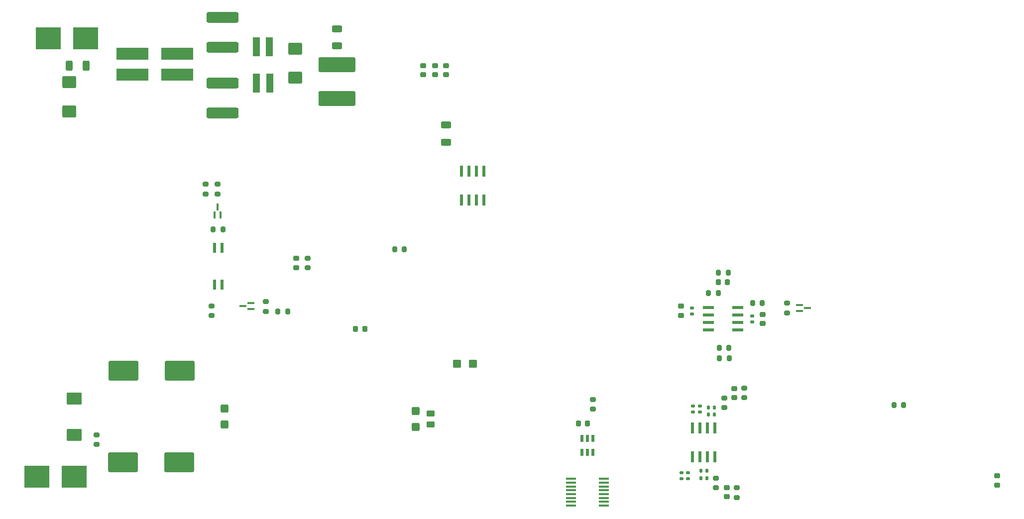
<source format=gbr>
%TF.GenerationSoftware,KiCad,Pcbnew,9.0.3*%
%TF.CreationDate,2025-09-16T12:03:33-04:00*%
%TF.ProjectId,6_COLD_TPC_HV,365f434f-4c44-45f5-9450-435f48562e6b,rev?*%
%TF.SameCoordinates,Original*%
%TF.FileFunction,Paste,Top*%
%TF.FilePolarity,Positive*%
%FSLAX46Y46*%
G04 Gerber Fmt 4.6, Leading zero omitted, Abs format (unit mm)*
G04 Created by KiCad (PCBNEW 9.0.3) date 2025-09-16 12:03:33*
%MOMM*%
%LPD*%
G01*
G04 APERTURE LIST*
G04 Aperture macros list*
%AMRoundRect*
0 Rectangle with rounded corners*
0 $1 Rounding radius*
0 $2 $3 $4 $5 $6 $7 $8 $9 X,Y pos of 4 corners*
0 Add a 4 corners polygon primitive as box body*
4,1,4,$2,$3,$4,$5,$6,$7,$8,$9,$2,$3,0*
0 Add four circle primitives for the rounded corners*
1,1,$1+$1,$2,$3*
1,1,$1+$1,$4,$5*
1,1,$1+$1,$6,$7*
1,1,$1+$1,$8,$9*
0 Add four rect primitives between the rounded corners*
20,1,$1+$1,$2,$3,$4,$5,0*
20,1,$1+$1,$4,$5,$6,$7,0*
20,1,$1+$1,$6,$7,$8,$9,0*
20,1,$1+$1,$8,$9,$2,$3,0*%
%AMFreePoly0*
4,1,5,1.625000,-0.625000,-1.625000,-0.625000,-1.625000,0.625000,1.625000,0.625000,1.625000,-0.625000,1.625000,-0.625000,$1*%
G04 Aperture macros list end*
%ADD10RoundRect,0.200000X-0.275000X0.200000X-0.275000X-0.200000X0.275000X-0.200000X0.275000X0.200000X0*%
%ADD11RoundRect,0.135000X0.185000X-0.135000X0.185000X0.135000X-0.185000X0.135000X-0.185000X-0.135000X0*%
%ADD12RoundRect,0.250000X0.425000X-0.450000X0.425000X0.450000X-0.425000X0.450000X-0.425000X-0.450000X0*%
%ADD13RoundRect,0.200000X0.275000X-0.200000X0.275000X0.200000X-0.275000X0.200000X-0.275000X-0.200000X0*%
%ADD14RoundRect,0.135000X-0.185000X0.135000X-0.185000X-0.135000X0.185000X-0.135000X0.185000X0.135000X0*%
%ADD15RoundRect,0.250000X1.025000X-0.787500X1.025000X0.787500X-1.025000X0.787500X-1.025000X-0.787500X0*%
%ADD16RoundRect,0.250000X0.450000X-0.262500X0.450000X0.262500X-0.450000X0.262500X-0.450000X-0.262500X0*%
%ADD17RoundRect,0.170000X2.330000X-1.530000X2.330000X1.530000X-2.330000X1.530000X-2.330000X-1.530000X0*%
%ADD18RoundRect,0.225000X-0.250000X0.225000X-0.250000X-0.225000X0.250000X-0.225000X0.250000X0.225000X0*%
%ADD19R,1.981200X0.558800*%
%ADD20FreePoly0,90.000000*%
%ADD21RoundRect,0.225000X0.250000X-0.225000X0.250000X0.225000X-0.250000X0.225000X-0.250000X-0.225000X0*%
%ADD22RoundRect,0.250000X-0.625000X0.312500X-0.625000X-0.312500X0.625000X-0.312500X0.625000X0.312500X0*%
%ADD23RoundRect,0.020000X-2.680000X0.980000X-2.680000X-0.980000X2.680000X-0.980000X2.680000X0.980000X0*%
%ADD24R,5.400000X2.000000*%
%ADD25R,0.558800X1.651000*%
%ADD26RoundRect,0.250000X0.925000X-0.787500X0.925000X0.787500X-0.925000X0.787500X-0.925000X-0.787500X0*%
%ADD27RoundRect,0.200000X-0.200000X-0.275000X0.200000X-0.275000X0.200000X0.275000X-0.200000X0.275000X0*%
%ADD28RoundRect,0.250000X-0.312500X-0.625000X0.312500X-0.625000X0.312500X0.625000X-0.312500X0.625000X0*%
%ADD29R,4.241800X3.810000*%
%ADD30RoundRect,0.250000X-0.925000X0.787500X-0.925000X-0.787500X0.925000X-0.787500X0.925000X0.787500X0*%
%ADD31RoundRect,0.250000X2.900000X-1.000000X2.900000X1.000000X-2.900000X1.000000X-2.900000X-1.000000X0*%
%ADD32RoundRect,0.250000X0.450000X0.425000X-0.450000X0.425000X-0.450000X-0.425000X0.450000X-0.425000X0*%
%ADD33RoundRect,0.225000X-0.225000X-0.250000X0.225000X-0.250000X0.225000X0.250000X-0.225000X0.250000X0*%
%ADD34R,1.161200X0.350800*%
%ADD35RoundRect,0.135000X0.135000X0.185000X-0.135000X0.185000X-0.135000X-0.185000X0.135000X-0.185000X0*%
%ADD36R,0.558800X1.981200*%
%ADD37RoundRect,0.250000X-2.450000X0.650000X-2.450000X-0.650000X2.450000X-0.650000X2.450000X0.650000X0*%
%ADD38R,0.350800X1.161200*%
%ADD39RoundRect,0.200000X0.200000X0.275000X-0.200000X0.275000X-0.200000X-0.275000X0.200000X-0.275000X0*%
%ADD40RoundRect,0.225000X0.225000X0.250000X-0.225000X0.250000X-0.225000X-0.250000X0.225000X-0.250000X0*%
%ADD41R,0.533400X1.219200*%
%ADD42RoundRect,0.135000X-0.135000X-0.185000X0.135000X-0.185000X0.135000X0.185000X-0.135000X0.185000X0*%
%ADD43RoundRect,0.250000X0.625000X-0.312500X0.625000X0.312500X-0.625000X0.312500X-0.625000X-0.312500X0*%
%ADD44R,1.676400X0.355600*%
G04 APERTURE END LIST*
D10*
%TO.C,R36*%
X219345000Y-146128800D03*
X219345000Y-147778800D03*
%TD*%
D11*
%TO.C,R25*%
X211055000Y-144583800D03*
X211055000Y-143563800D03*
%TD*%
D12*
%TO.C,C11*%
X132210000Y-135350000D03*
X132210000Y-132650000D03*
%TD*%
D13*
%TO.C,R21*%
X220575000Y-130818800D03*
X220575000Y-129168800D03*
%TD*%
D14*
%TO.C,R31*%
X221970000Y-116870000D03*
X221970000Y-117890000D03*
%TD*%
D15*
%TO.C,C10*%
X106610000Y-137153500D03*
X106610000Y-130928500D03*
%TD*%
D10*
%TO.C,R7*%
X129010000Y-94480000D03*
X129010000Y-96130000D03*
%TD*%
D13*
%TO.C,R35*%
X227840000Y-116385000D03*
X227840000Y-114735000D03*
%TD*%
D16*
%TO.C,R13*%
X167200000Y-135322500D03*
X167200000Y-133497500D03*
%TD*%
D17*
%TO.C,L4*%
X114900000Y-141801000D03*
X124500000Y-141801000D03*
%TD*%
D11*
%TO.C,R15*%
X211845000Y-133273800D03*
X211845000Y-132253800D03*
%TD*%
D18*
%TO.C,C37*%
X144390000Y-107115000D03*
X144390000Y-108665000D03*
%TD*%
D19*
%TO.C,U6*%
X214516200Y-115430000D03*
X214516200Y-116700000D03*
X214516200Y-117970000D03*
X214516200Y-119240000D03*
X219443800Y-119240000D03*
X219443800Y-117970000D03*
X219443800Y-116700000D03*
X219443800Y-115430000D03*
%TD*%
D20*
%TO.C,L2*%
X137586000Y-77239000D03*
X139861000Y-77239000D03*
%TD*%
D21*
%TO.C,C6*%
X169880000Y-75860000D03*
X169880000Y-74310000D03*
%TD*%
D18*
%TO.C,C27*%
X218895000Y-129273800D03*
X218895000Y-130823800D03*
%TD*%
D22*
%TO.C,R3*%
X169880000Y-84422500D03*
X169880000Y-87347500D03*
%TD*%
D13*
%TO.C,R6*%
X129950000Y-116840000D03*
X129950000Y-115190000D03*
%TD*%
D23*
%TO.C,L1*%
X124160000Y-75815000D03*
X124160000Y-72315000D03*
X116540000Y-72315000D03*
D24*
X116540000Y-75815000D03*
%TD*%
D25*
%TO.C,Q1*%
X130485000Y-111559200D03*
X131755000Y-111559200D03*
X131755000Y-105310800D03*
X130485000Y-105310800D03*
%TD*%
D21*
%TO.C,C34*%
X217605000Y-147678800D03*
X217605000Y-146128800D03*
%TD*%
D26*
%TO.C,C4*%
X144250000Y-76357500D03*
X144250000Y-71432500D03*
%TD*%
D27*
%TO.C,R4*%
X141285000Y-116115000D03*
X142935000Y-116115000D03*
%TD*%
D21*
%TO.C,C8*%
X165980000Y-75860000D03*
X165980000Y-74310000D03*
%TD*%
D27*
%TO.C,R22*%
X216185000Y-109500000D03*
X217835000Y-109500000D03*
%TD*%
D28*
%TO.C,R1*%
X105767500Y-74352500D03*
X108692500Y-74352500D03*
%TD*%
D14*
%TO.C,R26*%
X209885000Y-143563800D03*
X209885000Y-144583800D03*
%TD*%
D29*
%TO.C,F1*%
X102182300Y-69670000D03*
X108557700Y-69670000D03*
%TD*%
D30*
%TO.C,C1*%
X105750000Y-77150000D03*
X105750000Y-82075000D03*
%TD*%
D27*
%TO.C,R28*%
X216345000Y-122350000D03*
X217995000Y-122350000D03*
%TD*%
D21*
%TO.C,C30*%
X263570000Y-145655000D03*
X263570000Y-144105000D03*
%TD*%
D31*
%TO.C,C5*%
X151310000Y-79875000D03*
X151310000Y-74175000D03*
%TD*%
D32*
%TO.C,C13*%
X174430000Y-124990000D03*
X171730000Y-124990000D03*
%TD*%
D10*
%TO.C,R39*%
X146360000Y-107065000D03*
X146360000Y-108715000D03*
%TD*%
D27*
%TO.C,R33*%
X221985000Y-114740000D03*
X223635000Y-114740000D03*
%TD*%
D33*
%TO.C,C9*%
X192370000Y-135170000D03*
X193920000Y-135170000D03*
%TD*%
D34*
%TO.C,M3*%
X229955000Y-115060001D03*
X229955000Y-116059999D03*
X231305000Y-115560000D03*
%TD*%
D35*
%TO.C,R16*%
X215495000Y-133703800D03*
X214475000Y-133703800D03*
%TD*%
D36*
%TO.C,U5*%
X215605000Y-135936200D03*
X214335000Y-135936200D03*
X213065000Y-135936200D03*
X211795000Y-135936200D03*
X211795000Y-140863800D03*
X213065000Y-140863800D03*
X214335000Y-140863800D03*
X215605000Y-140863800D03*
%TD*%
D10*
%TO.C,R8*%
X131000000Y-94480000D03*
X131000000Y-96130000D03*
%TD*%
D21*
%TO.C,C24*%
X209860000Y-116800000D03*
X209860000Y-115250000D03*
%TD*%
D13*
%TO.C,R5*%
X139240000Y-116120000D03*
X139240000Y-114470000D03*
%TD*%
D12*
%TO.C,C22*%
X164680000Y-135775000D03*
X164680000Y-133075000D03*
%TD*%
D37*
%TO.C,C2*%
X131890000Y-77265000D03*
X131890000Y-82365000D03*
%TD*%
D38*
%TO.C,M2*%
X130500001Y-99750000D03*
X131499999Y-99750000D03*
X131000000Y-98400000D03*
%TD*%
D39*
%TO.C,R27*%
X218005000Y-124100000D03*
X216355000Y-124100000D03*
%TD*%
D21*
%TO.C,C7*%
X167970000Y-75860000D03*
X167970000Y-74310000D03*
%TD*%
D17*
%TO.C,L5*%
X114980000Y-126241000D03*
X124580000Y-126241000D03*
%TD*%
D10*
%TO.C,R34*%
X215795000Y-144478800D03*
X215795000Y-146128800D03*
%TD*%
D40*
%TO.C,C19*%
X156025000Y-119070000D03*
X154475000Y-119070000D03*
%TD*%
D20*
%TO.C,L3*%
X137566000Y-71129000D03*
X139841000Y-71129000D03*
%TD*%
D27*
%TO.C,R20*%
X214505000Y-113040000D03*
X216155000Y-113040000D03*
%TD*%
D41*
%TO.C,U2*%
X194865001Y-137731600D03*
X193915000Y-137731600D03*
X192964999Y-137731600D03*
X192964999Y-140068400D03*
X193915000Y-140068400D03*
X194865001Y-140068400D03*
%TD*%
D27*
%TO.C,R9*%
X130265000Y-102195000D03*
X131915000Y-102195000D03*
%TD*%
%TO.C,R37*%
X246063000Y-132100000D03*
X247713000Y-132100000D03*
%TD*%
D21*
%TO.C,C32*%
X223690000Y-118175000D03*
X223690000Y-116625000D03*
%TD*%
D29*
%TO.C,F2*%
X100272300Y-144230000D03*
X106647700Y-144230000D03*
%TD*%
D42*
%TO.C,C31*%
X213215000Y-144483800D03*
X214235000Y-144483800D03*
%TD*%
D39*
%TO.C,R18*%
X162765000Y-105555000D03*
X161115000Y-105555000D03*
%TD*%
D35*
%TO.C,R29*%
X214235000Y-143213800D03*
X213215000Y-143213800D03*
%TD*%
D40*
%TO.C,C28*%
X217735000Y-111160000D03*
X216185000Y-111160000D03*
%TD*%
D43*
%TO.C,R2*%
X151350000Y-70950000D03*
X151350000Y-68025000D03*
%TD*%
D37*
%TO.C,C3*%
X131890000Y-66095000D03*
X131890000Y-71195000D03*
%TD*%
D13*
%TO.C,R11*%
X110460000Y-138765000D03*
X110460000Y-137115000D03*
%TD*%
D34*
%TO.C,M1*%
X136690000Y-115739998D03*
X136690000Y-114740000D03*
X135340000Y-115239999D03*
%TD*%
D36*
%TO.C,U7*%
X172455000Y-97168800D03*
X173725000Y-97168800D03*
X174995000Y-97168800D03*
X176265000Y-97168800D03*
X176265000Y-92241200D03*
X174995000Y-92241200D03*
X173725000Y-92241200D03*
X172455000Y-92241200D03*
%TD*%
D14*
%TO.C,R14*%
X213065000Y-132253800D03*
X213065000Y-133273800D03*
%TD*%
D44*
%TO.C,U10*%
X191095600Y-144615001D03*
X191095600Y-145264999D03*
X191095600Y-145915001D03*
X191095600Y-146564999D03*
X191095600Y-147214998D03*
X191095600Y-147864999D03*
X191095600Y-148514998D03*
X191095600Y-149164999D03*
X196734400Y-149164999D03*
X196734400Y-148515001D03*
X196734400Y-147864999D03*
X196734400Y-147215001D03*
X196734400Y-146565002D03*
X196734400Y-145915001D03*
X196734400Y-145265002D03*
X196734400Y-144615001D03*
%TD*%
D42*
%TO.C,C23*%
X214475000Y-132503800D03*
X215495000Y-132503800D03*
%TD*%
D13*
%TO.C,R19*%
X217185000Y-132493800D03*
X217185000Y-130843800D03*
%TD*%
D10*
%TO.C,R10*%
X194880000Y-131125000D03*
X194880000Y-132775000D03*
%TD*%
D14*
%TO.C,R17*%
X211670000Y-115515000D03*
X211670000Y-116535000D03*
%TD*%
M02*

</source>
